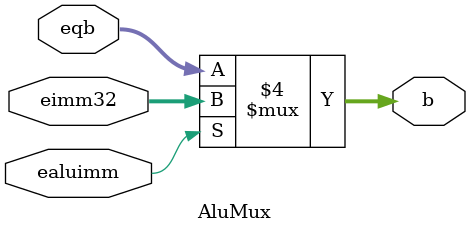
<source format=v>
module AluMux (
    input ealuimm,
    input [31:0] eqb,
    input [31:0] eimm32,

    output reg [31:0] b
);

always @(*) begin
    if(ealuimm == 0) begin
        b = eqb;
    end
    else begin
        b = eimm32;
    end
end
    
endmodule
</source>
